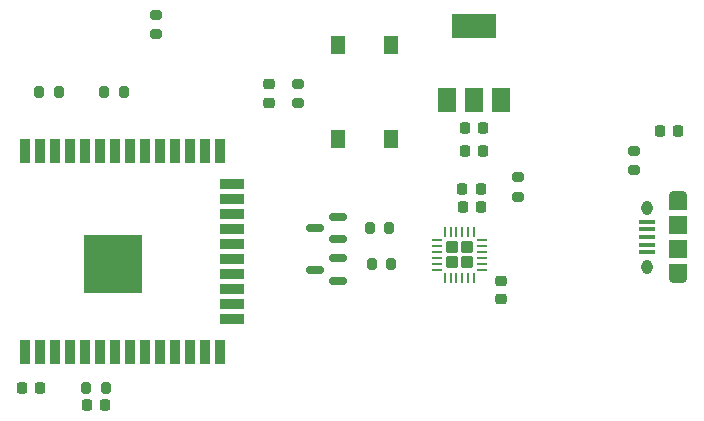
<source format=gbr>
%TF.GenerationSoftware,KiCad,Pcbnew,(6.0.2)*%
%TF.CreationDate,2022-04-19T16:18:31-05:00*%
%TF.ProjectId,Tlapixki-HelloWorld,546c6170-6978-46b6-992d-48656c6c6f57,rev?*%
%TF.SameCoordinates,Original*%
%TF.FileFunction,Paste,Top*%
%TF.FilePolarity,Positive*%
%FSLAX46Y46*%
G04 Gerber Fmt 4.6, Leading zero omitted, Abs format (unit mm)*
G04 Created by KiCad (PCBNEW (6.0.2)) date 2022-04-19 16:18:31*
%MOMM*%
%LPD*%
G01*
G04 APERTURE LIST*
G04 Aperture macros list*
%AMRoundRect*
0 Rectangle with rounded corners*
0 $1 Rounding radius*
0 $2 $3 $4 $5 $6 $7 $8 $9 X,Y pos of 4 corners*
0 Add a 4 corners polygon primitive as box body*
4,1,4,$2,$3,$4,$5,$6,$7,$8,$9,$2,$3,0*
0 Add four circle primitives for the rounded corners*
1,1,$1+$1,$2,$3*
1,1,$1+$1,$4,$5*
1,1,$1+$1,$6,$7*
1,1,$1+$1,$8,$9*
0 Add four rect primitives between the rounded corners*
20,1,$1+$1,$2,$3,$4,$5,0*
20,1,$1+$1,$4,$5,$6,$7,0*
20,1,$1+$1,$6,$7,$8,$9,0*
20,1,$1+$1,$8,$9,$2,$3,0*%
G04 Aperture macros list end*
%ADD10R,1.300000X1.550000*%
%ADD11RoundRect,0.225000X0.225000X0.250000X-0.225000X0.250000X-0.225000X-0.250000X0.225000X-0.250000X0*%
%ADD12RoundRect,0.200000X-0.275000X0.200000X-0.275000X-0.200000X0.275000X-0.200000X0.275000X0.200000X0*%
%ADD13RoundRect,0.200000X0.200000X0.275000X-0.200000X0.275000X-0.200000X-0.275000X0.200000X-0.275000X0*%
%ADD14RoundRect,0.250000X0.275000X0.275000X-0.275000X0.275000X-0.275000X-0.275000X0.275000X-0.275000X0*%
%ADD15RoundRect,0.062500X0.350000X0.062500X-0.350000X0.062500X-0.350000X-0.062500X0.350000X-0.062500X0*%
%ADD16RoundRect,0.062500X0.062500X0.350000X-0.062500X0.350000X-0.062500X-0.350000X0.062500X-0.350000X0*%
%ADD17RoundRect,0.200000X-0.200000X-0.275000X0.200000X-0.275000X0.200000X0.275000X-0.200000X0.275000X0*%
%ADD18RoundRect,0.150000X0.587500X0.150000X-0.587500X0.150000X-0.587500X-0.150000X0.587500X-0.150000X0*%
%ADD19R,1.500000X2.000000*%
%ADD20R,3.800000X2.000000*%
%ADD21RoundRect,0.200000X0.275000X-0.200000X0.275000X0.200000X-0.275000X0.200000X-0.275000X-0.200000X0*%
%ADD22RoundRect,0.218750X0.218750X0.256250X-0.218750X0.256250X-0.218750X-0.256250X0.218750X-0.256250X0*%
%ADD23RoundRect,0.225000X-0.250000X0.225000X-0.250000X-0.225000X0.250000X-0.225000X0.250000X0.225000X0*%
%ADD24O,1.550000X0.890000*%
%ADD25O,0.950000X1.250000*%
%ADD26R,1.350000X0.400000*%
%ADD27R,1.550000X1.500000*%
%ADD28R,1.550000X1.200000*%
%ADD29RoundRect,0.218750X-0.256250X0.218750X-0.256250X-0.218750X0.256250X-0.218750X0.256250X0.218750X0*%
%ADD30R,0.900000X2.000000*%
%ADD31R,2.000000X0.900000*%
%ADD32R,5.000000X5.000000*%
G04 APERTURE END LIST*
D10*
%TO.C,S1*%
X96500000Y-105525000D03*
X96500000Y-113475000D03*
X101000000Y-105525000D03*
X101000000Y-113475000D03*
%TD*%
D11*
%TO.C,C3*%
X108775000Y-112500000D03*
X107225000Y-112500000D03*
%TD*%
D12*
%TO.C,R9*%
X93100000Y-108775000D03*
X93100000Y-110425000D03*
%TD*%
D13*
%TO.C,R8*%
X78325000Y-109500000D03*
X76675000Y-109500000D03*
%TD*%
D14*
%TO.C,U2*%
X107400000Y-122600000D03*
X107400000Y-123900000D03*
X106100000Y-122600000D03*
X106100000Y-123900000D03*
D15*
X108687500Y-124500000D03*
X108687500Y-124000000D03*
X108687500Y-123500000D03*
X108687500Y-123000000D03*
X108687500Y-122500000D03*
X108687500Y-122000000D03*
D16*
X108000000Y-121312500D03*
X107500000Y-121312500D03*
X107000000Y-121312500D03*
X106500000Y-121312500D03*
X106000000Y-121312500D03*
X105500000Y-121312500D03*
D15*
X104812500Y-122000000D03*
X104812500Y-122500000D03*
X104812500Y-123000000D03*
X104812500Y-123500000D03*
X104812500Y-124000000D03*
X104812500Y-124500000D03*
D16*
X105500000Y-125187500D03*
X106000000Y-125187500D03*
X106500000Y-125187500D03*
X107000000Y-125187500D03*
X107500000Y-125187500D03*
X108000000Y-125187500D03*
%TD*%
D12*
%TO.C,R4*%
X121500000Y-114425000D03*
X121500000Y-116075000D03*
%TD*%
D17*
%TO.C,R6*%
X75175000Y-134500000D03*
X76825000Y-134500000D03*
%TD*%
D11*
%TO.C,C2*%
X108550000Y-117700000D03*
X107000000Y-117700000D03*
%TD*%
D18*
%TO.C,Q1*%
X96437500Y-125450000D03*
X96437500Y-123550000D03*
X94562500Y-124500000D03*
%TD*%
D19*
%TO.C,U1*%
X105700000Y-110150000D03*
X108000000Y-110150000D03*
D20*
X108000000Y-103850000D03*
D19*
X110300000Y-110150000D03*
%TD*%
D11*
%TO.C,C1*%
X108775000Y-114500000D03*
X107225000Y-114500000D03*
%TD*%
D17*
%TO.C,R7*%
X71175000Y-109500000D03*
X72825000Y-109500000D03*
%TD*%
D11*
%TO.C,C4*%
X108575000Y-119200000D03*
X107025000Y-119200000D03*
%TD*%
D21*
%TO.C,R5*%
X81050000Y-104575000D03*
X81050000Y-102925000D03*
%TD*%
D22*
%TO.C,D1*%
X125287500Y-112750000D03*
X123712500Y-112750000D03*
%TD*%
D23*
%TO.C,C5*%
X110250000Y-125475000D03*
X110250000Y-127025000D03*
%TD*%
D11*
%TO.C,C7*%
X71275000Y-134500000D03*
X69725000Y-134500000D03*
%TD*%
D12*
%TO.C,R3*%
X111750000Y-116675000D03*
X111750000Y-118325000D03*
%TD*%
D24*
%TO.C,J1*%
X125300000Y-125250000D03*
X125300000Y-118250000D03*
D25*
X122600000Y-119250000D03*
X122600000Y-124250000D03*
D26*
X122600000Y-123050000D03*
X122600000Y-122400000D03*
X122600000Y-121750000D03*
X122600000Y-121100000D03*
X122600000Y-120450000D03*
D27*
X125300000Y-120750000D03*
D28*
X125300000Y-118850000D03*
D27*
X125300000Y-122750000D03*
D28*
X125300000Y-124650000D03*
%TD*%
D11*
%TO.C,C6*%
X76775000Y-136000000D03*
X75225000Y-136000000D03*
%TD*%
D29*
%TO.C,D2*%
X90600000Y-108812500D03*
X90600000Y-110387500D03*
%TD*%
D18*
%TO.C,Q2*%
X96437500Y-121950000D03*
X96437500Y-120050000D03*
X94562500Y-121000000D03*
%TD*%
D13*
%TO.C,R2*%
X100825000Y-121000000D03*
X99175000Y-121000000D03*
%TD*%
D30*
%TO.C,U3*%
X69945000Y-131500000D03*
X71215000Y-131500000D03*
X72485000Y-131500000D03*
X73755000Y-131500000D03*
X75025000Y-131500000D03*
X76295000Y-131500000D03*
X77565000Y-131500000D03*
X78835000Y-131500000D03*
X80105000Y-131500000D03*
X81375000Y-131500000D03*
X82645000Y-131500000D03*
X83915000Y-131500000D03*
X85185000Y-131500000D03*
X86455000Y-131500000D03*
D31*
X87455000Y-128715000D03*
X87455000Y-127445000D03*
X87455000Y-126175000D03*
X87455000Y-124905000D03*
X87455000Y-123635000D03*
X87455000Y-122365000D03*
X87455000Y-121095000D03*
X87455000Y-119825000D03*
X87455000Y-118555000D03*
X87455000Y-117285000D03*
D30*
X86455000Y-114500000D03*
X85185000Y-114500000D03*
X83915000Y-114500000D03*
X82645000Y-114500000D03*
X81375000Y-114500000D03*
X80105000Y-114500000D03*
X78835000Y-114500000D03*
X77565000Y-114500000D03*
X76295000Y-114500000D03*
X75025000Y-114500000D03*
X73755000Y-114500000D03*
X72485000Y-114500000D03*
X71215000Y-114500000D03*
X69945000Y-114500000D03*
D32*
X77445000Y-124000000D03*
%TD*%
D13*
%TO.C,R1*%
X101000000Y-124000000D03*
X99350000Y-124000000D03*
%TD*%
M02*

</source>
